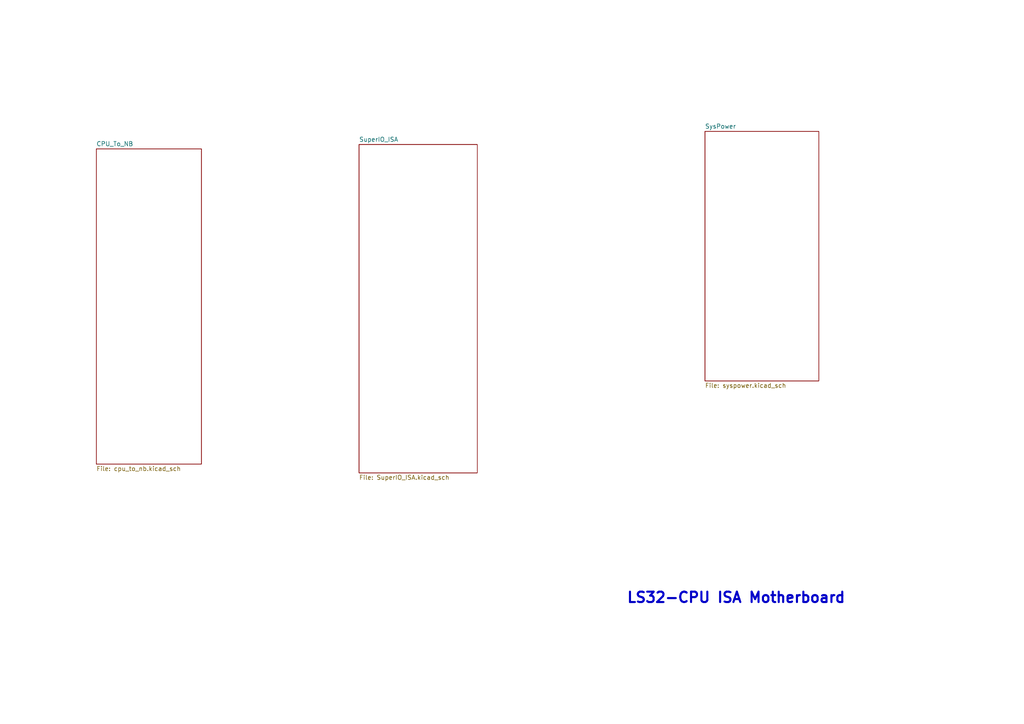
<source format=kicad_sch>
(kicad_sch (version 20230121) (generator eeschema)
  (paper "A4")
  (lib_symbols)
  (text "LS32-CPU ISA Motherboard" (at 181.61 175.26 0) (effects (font (size 3 3) (thickness 0.6) bold) (justify left bottom)))
  (sheet (at 204.47 38.1) (size 33.02 72.39) (stroke (width 0.1524))
    (property "Sheetname" "SysPower" (at 204.47 37.3884 0) (effects (justify left bottom)))
    (property "Sheetfile" "syspower.kicad_sch" (at 204.47 111.0746 0) (effects (justify left top)))
  )
  (sheet (at 27.94 43.18) (size 30.48 91.44) (stroke (width 0.1524))
    (property "Sheetname" "CPU_To_NB" (at 27.94 42.4684 0) (effects (justify left bottom)))
    (property "Sheetfile" "cpu_to_nb.kicad_sch" (at 27.94 135.2046 0) (effects (justify left top)))
  )
  (sheet (at 104.14 41.91) (size 34.29 95.25) (stroke (width 0.1524))
    (property "Sheetname" "SuperIO_ISA" (at 104.14 41.1984 0) (effects (justify left bottom)))
    (property "Sheetfile" "SuperIO_ISA.kicad_sch" (at 104.14 137.7446 0) (effects (justify left top)))
  )
)
</source>
